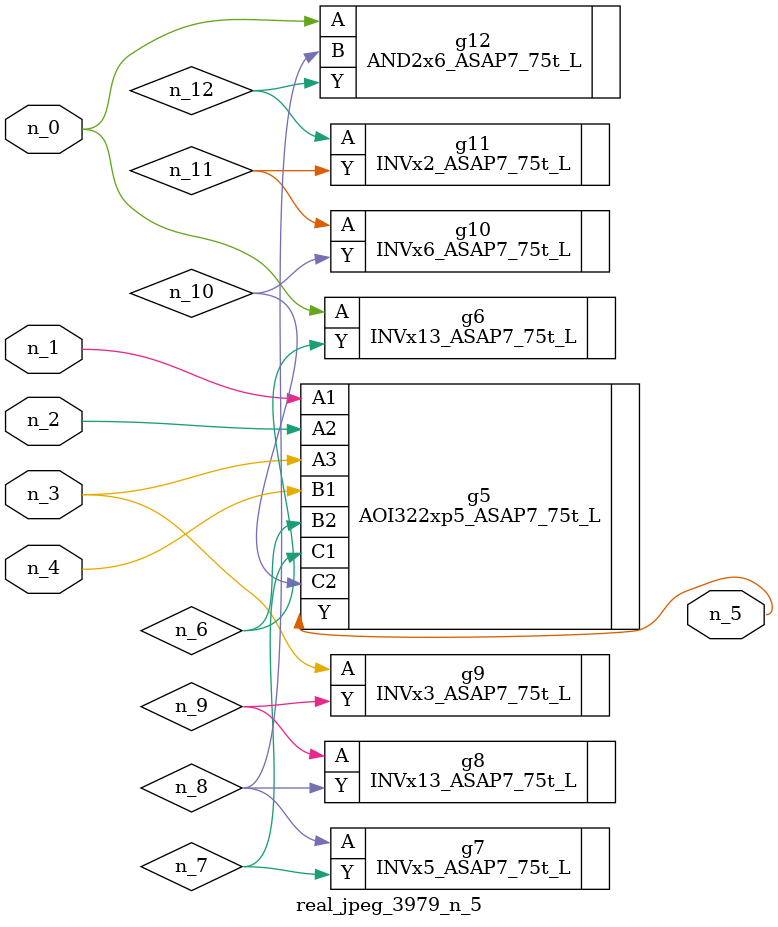
<source format=v>
module real_jpeg_3979_n_5 (n_4, n_0, n_1, n_2, n_3, n_5);

input n_4;
input n_0;
input n_1;
input n_2;
input n_3;

output n_5;

wire n_12;
wire n_8;
wire n_11;
wire n_6;
wire n_7;
wire n_10;
wire n_9;

INVx13_ASAP7_75t_L g6 ( 
.A(n_0),
.Y(n_6)
);

AND2x6_ASAP7_75t_L g12 ( 
.A(n_0),
.B(n_8),
.Y(n_12)
);

AOI322xp5_ASAP7_75t_L g5 ( 
.A1(n_1),
.A2(n_2),
.A3(n_3),
.B1(n_4),
.B2(n_6),
.C1(n_7),
.C2(n_10),
.Y(n_5)
);

INVx3_ASAP7_75t_L g9 ( 
.A(n_3),
.Y(n_9)
);

INVx5_ASAP7_75t_L g7 ( 
.A(n_8),
.Y(n_7)
);

INVx13_ASAP7_75t_L g8 ( 
.A(n_9),
.Y(n_8)
);

INVx6_ASAP7_75t_L g10 ( 
.A(n_11),
.Y(n_10)
);

INVx2_ASAP7_75t_L g11 ( 
.A(n_12),
.Y(n_11)
);


endmodule
</source>
